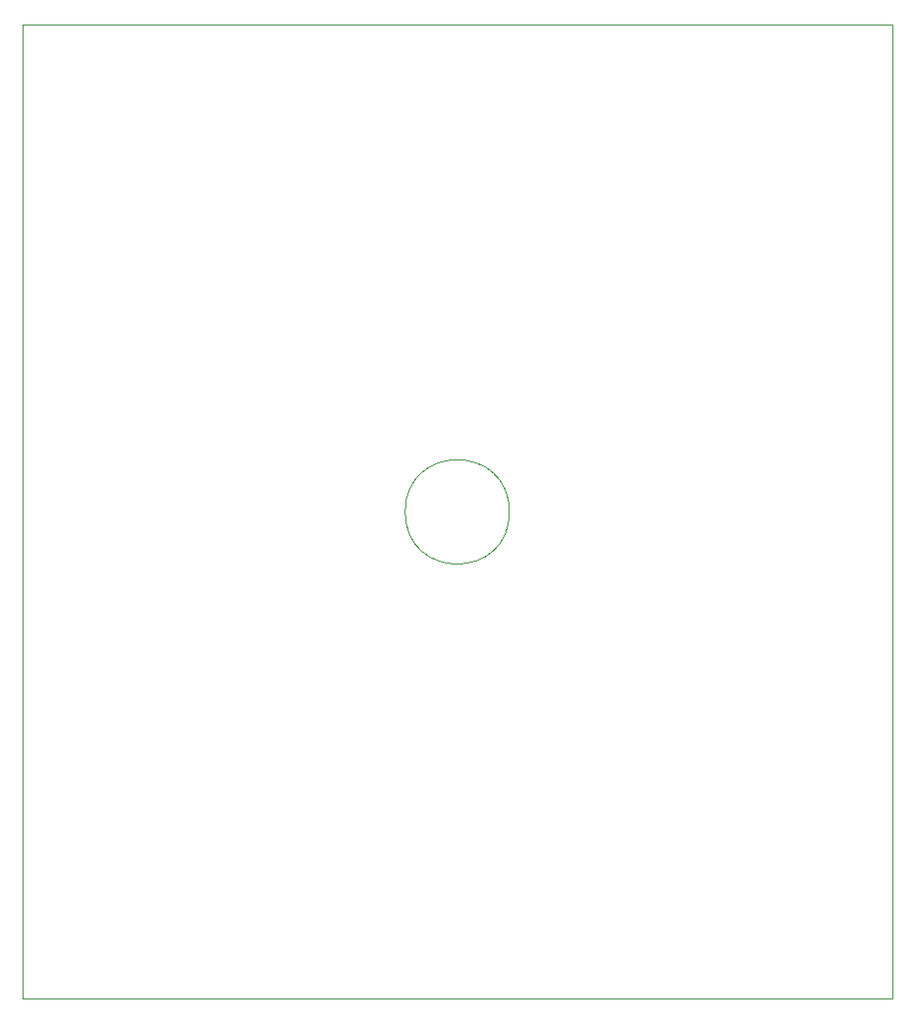
<source format=gbr>
%TF.GenerationSoftware,KiCad,Pcbnew,8.0.2*%
%TF.CreationDate,2024-12-02T21:08:37+01:00*%
%TF.ProjectId,servoDecoderInCabinet,73657276-6f44-4656-936f-646572496e43,rev?*%
%TF.SameCoordinates,Original*%
%TF.FileFunction,Profile,NP*%
%FSLAX46Y46*%
G04 Gerber Fmt 4.6, Leading zero omitted, Abs format (unit mm)*
G04 Created by KiCad (PCBNEW 8.0.2) date 2024-12-02 21:08:37*
%MOMM*%
%LPD*%
G01*
G04 APERTURE LIST*
%TA.AperFunction,Profile*%
%ADD10C,0.120000*%
%TD*%
G04 APERTURE END LIST*
%TO.C,REF\u002A\u002A*%
D10*
X170500000Y-125000000D02*
X245500000Y-125000000D01*
X245500000Y-41000000D01*
X170500000Y-41000000D01*
X170500000Y-125000000D01*
X212500000Y-83000000D02*
G75*
G02*
X203500000Y-83000000I-4500000J0D01*
G01*
X203500000Y-83000000D02*
G75*
G02*
X212500000Y-83000000I4500000J0D01*
G01*
%TD*%
M02*

</source>
